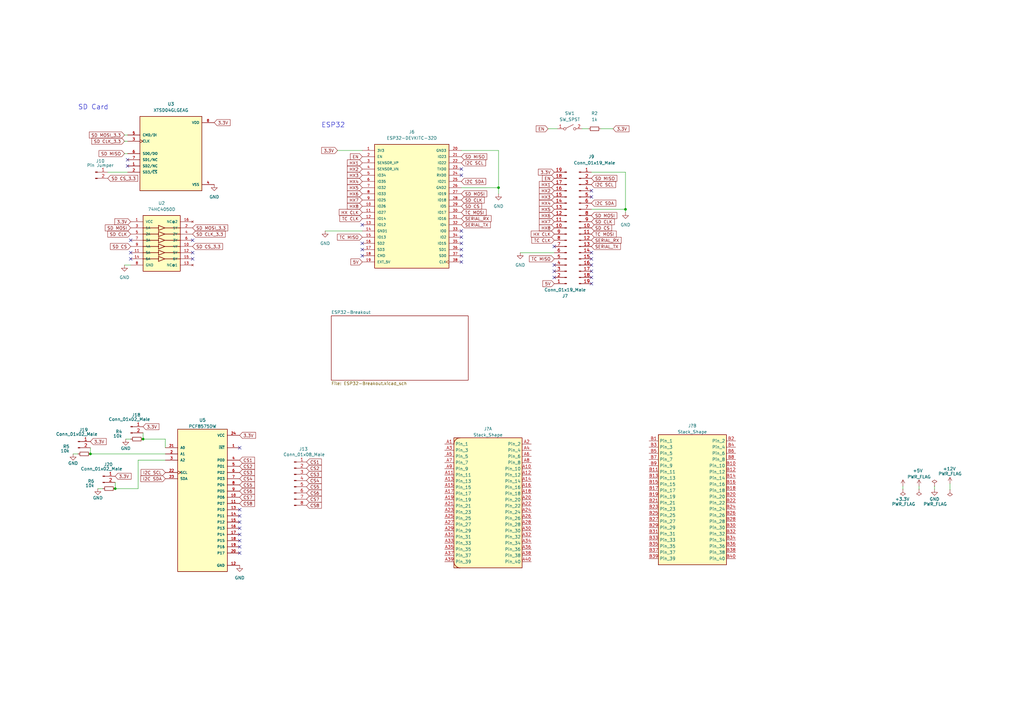
<source format=kicad_sch>
(kicad_sch (version 20230121) (generator eeschema)
  (paper "A3")
  (lib_symbols
    (symbol "Buf_74HC4050D:74HC4050D" (pin_names (offset 1.016))
      (property "Reference" "U" (at -7.38 11.9607 0))
      (property "Value" "74HC4050D" (at -7.6329 -13.7392 0))
      (symbol "74HC4050D_0_0"
        (pin power_in line (at -12.7 8.89 0) (length 5.08) (name "VCC") (number "1"))
        (pin output line (at 12.7 -1.27 180) (length 5.08) (name "4Y") (number "10"))
        (pin input line (at -12.7 -3.81 0) (length 5.08) (name "5A") (number "11"))
        (pin output line (at 12.7 -3.81 180) (length 5.08) (name "5Y") (number "12"))
        (pin no_connect line (at 12.7 -8.89 180) (length 5.08) (name "NC@1") (number "13"))
        (pin input line (at -12.7 -6.35 0) (length 5.08) (name "6A") (number "14"))
        (pin output line (at 12.7 -6.35 180) (length 5.08) (name "6Y") (number "15"))
        (pin no_connect line (at 12.7 8.89 180) (length 5.08) (name "NC@2") (number "16"))
        (pin output line (at 12.7 6.35 180) (length 5.08) (name "1Y") (number "2"))
        (pin input line (at -12.7 6.35 0) (length 5.08) (name "1A") (number "3"))
        (pin output line (at 12.7 3.81 180) (length 5.08) (name "2Y") (number "4"))
        (pin input line (at -12.7 3.81 0) (length 5.08) (name "2A") (number "5"))
        (pin output line (at 12.7 1.27 180) (length 5.08) (name "3Y") (number "6"))
        (pin input line (at -12.7 1.27 0) (length 5.08) (name "3A") (number "7"))
        (pin power_in line (at -12.7 -8.89 0) (length 5.08) (name "GND") (number "8"))
        (pin input line (at -12.7 -1.27 0) (length 5.08) (name "4A") (number "9"))
      )
    )
    (symbol "Connector:Conn_01x02_Male" (pin_names (offset 1.016) hide)
      (property "Reference" "J" (at 0 2.54 0))
      (property "Value" "Conn_01x02_Male" (at 0 -5.08 0))
      (symbol "Conn_01x02_Male_1_1"
        (pin passive line (at 5.08 0 180) (length 3.81) (name "Pin_1") (number "1"))
        (pin passive line (at 5.08 -2.54 180) (length 3.81) (name "Pin_2") (number "2"))
      )
    )
    (symbol "Connector:Conn_01x08_Male" (pin_names (offset 1.016) hide)
      (property "Reference" "J" (at 0 10.16 0))
      (property "Value" "Conn_01x08_Male" (at 0 -12.7 0))
      (symbol "Conn_01x08_Male_1_1"
        (pin passive line (at 5.08 7.62 180) (length 3.81) (name "Pin_1") (number "1"))
        (pin passive line (at 5.08 5.08 180) (length 3.81) (name "Pin_2") (number "2"))
        (pin passive line (at 5.08 2.54 180) (length 3.81) (name "Pin_3") (number "3"))
        (pin passive line (at 5.08 0 180) (length 3.81) (name "Pin_4") (number "4"))
        (pin passive line (at 5.08 -2.54 180) (length 3.81) (name "Pin_5") (number "5"))
        (pin passive line (at 5.08 -5.08 180) (length 3.81) (name "Pin_6") (number "6"))
        (pin passive line (at 5.08 -7.62 180) (length 3.81) (name "Pin_7") (number "7"))
        (pin passive line (at 5.08 -10.16 180) (length 3.81) (name "Pin_8") (number "8"))
      )
    )
    (symbol "Connector:Conn_01x19_Male" (pin_names (offset 1.016) hide)
      (property "Reference" "J" (at 0 25.4 0))
      (property "Value" "Conn_01x19_Male" (at 0 -25.4 0))
      (symbol "Conn_01x19_Male_1_1"
        (pin passive line (at 5.08 22.86 180) (length 3.81) (name "Pin_1") (number "1"))
        (pin passive line (at 5.08 0 180) (length 3.81) (name "Pin_10") (number "10"))
        (pin passive line (at 5.08 -2.54 180) (length 3.81) (name "Pin_11") (number "11"))
        (pin passive line (at 5.08 -5.08 180) (length 3.81) (name "Pin_12") (number "12"))
        (pin passive line (at 5.08 -7.62 180) (length 3.81) (name "Pin_13") (number "13"))
        (pin passive line (at 5.08 -10.16 180) (length 3.81) (name "Pin_14") (number "14"))
        (pin passive line (at 5.08 -12.7 180) (length 3.81) (name "Pin_15") (number "15"))
        (pin passive line (at 5.08 -15.24 180) (length 3.81) (name "Pin_16") (number "16"))
        (pin passive line (at 5.08 -17.78 180) (length 3.81) (name "Pin_17") (number "17"))
        (pin passive line (at 5.08 -20.32 180) (length 3.81) (name "Pin_18") (number "18"))
        (pin passive line (at 5.08 -22.86 180) (length 3.81) (name "Pin_19") (number "19"))
        (pin passive line (at 5.08 20.32 180) (length 3.81) (name "Pin_2") (number "2"))
        (pin passive line (at 5.08 17.78 180) (length 3.81) (name "Pin_3") (number "3"))
        (pin passive line (at 5.08 15.24 180) (length 3.81) (name "Pin_4") (number "4"))
        (pin passive line (at 5.08 12.7 180) (length 3.81) (name "Pin_5") (number "5"))
        (pin passive line (at 5.08 10.16 180) (length 3.81) (name "Pin_6") (number "6"))
        (pin passive line (at 5.08 7.62 180) (length 3.81) (name "Pin_7") (number "7"))
        (pin passive line (at 5.08 5.08 180) (length 3.81) (name "Pin_8") (number "8"))
        (pin passive line (at 5.08 2.54 180) (length 3.81) (name "Pin_9") (number "9"))
      )
    )
    (symbol "Device:R_Small" (pin_numbers hide) (pin_names (offset 0.254) hide)
      (property "Reference" "R" (at 0.762 0.508 0))
      (property "Value" "R_Small" (at 0.762 -1.016 0))
      (symbol "R_Small_1_1"
        (pin passive line (at 0 2.54 270) (length 0.762) (name "~") (number "1"))
        (pin passive line (at 0 -2.54 90) (length 0.762) (name "~") (number "2"))
      )
    )
    (symbol "ESP32:ESP32-DEVKITC-32D" (pin_names (offset 1.016))
      (property "Reference" "U" (at -15.2654 26.0604 0))
      (property "Value" "ESP32-DEVKITC-32D" (at -15.2654 -27.9654 0))
      (symbol "ESP32-DEVKITC-32D_0_0"
        (pin power_in line (at -20.32 22.86 0) (length 5.08) (name "3V3") (number "1"))
        (pin bidirectional line (at -20.32 0 0) (length 5.08) (name "IO26") (number "10"))
        (pin bidirectional line (at -20.32 -2.54 0) (length 5.08) (name "IO27") (number "11"))
        (pin bidirectional line (at -20.32 -5.08 0) (length 5.08) (name "IO14") (number "12"))
        (pin bidirectional line (at -20.32 -7.62 0) (length 5.08) (name "IO12") (number "13"))
        (pin power_in line (at -20.32 -10.16 0) (length 5.08) (name "GND1") (number "14"))
        (pin bidirectional line (at -20.32 -12.7 0) (length 5.08) (name "IO13") (number "15"))
        (pin bidirectional line (at -20.32 -15.24 0) (length 5.08) (name "SD2") (number "16"))
        (pin bidirectional line (at -20.32 -17.78 0) (length 5.08) (name "SD3") (number "17"))
        (pin bidirectional line (at -20.32 -20.32 0) (length 5.08) (name "CMD") (number "18"))
        (pin power_in line (at -20.32 -22.86 0) (length 5.08) (name "EXT_5V") (number "19"))
        (pin input line (at -20.32 20.32 0) (length 5.08) (name "EN") (number "2"))
        (pin power_in line (at 20.32 22.86 180) (length 5.08) (name "GND3") (number "20"))
        (pin bidirectional line (at 20.32 20.32 180) (length 5.08) (name "IO23") (number "21"))
        (pin bidirectional line (at 20.32 17.78 180) (length 5.08) (name "IO22") (number "22"))
        (pin output line (at 20.32 15.24 180) (length 5.08) (name "TXD0") (number "23"))
        (pin input line (at 20.32 12.7 180) (length 5.08) (name "RXD0") (number "24"))
        (pin bidirectional line (at 20.32 10.16 180) (length 5.08) (name "IO21") (number "25"))
        (pin power_in line (at 20.32 7.62 180) (length 5.08) (name "GND2") (number "26"))
        (pin bidirectional line (at 20.32 5.08 180) (length 5.08) (name "IO19") (number "27"))
        (pin bidirectional line (at 20.32 2.54 180) (length 5.08) (name "IO18") (number "28"))
        (pin bidirectional line (at 20.32 0 180) (length 5.08) (name "IO5") (number "29"))
        (pin input line (at -20.32 17.78 0) (length 5.08) (name "SENSOR_VP") (number "3"))
        (pin bidirectional line (at 20.32 -2.54 180) (length 5.08) (name "IO17") (number "30"))
        (pin bidirectional line (at 20.32 -5.08 180) (length 5.08) (name "IO16") (number "31"))
        (pin bidirectional line (at 20.32 -7.62 180) (length 5.08) (name "IO4") (number "32"))
        (pin bidirectional line (at 20.32 -10.16 180) (length 5.08) (name "IO0") (number "33"))
        (pin bidirectional line (at 20.32 -12.7 180) (length 5.08) (name "IO2") (number "34"))
        (pin bidirectional line (at 20.32 -15.24 180) (length 5.08) (name "IO15") (number "35"))
        (pin bidirectional line (at 20.32 -17.78 180) (length 5.08) (name "SD1") (number "36"))
        (pin bidirectional line (at 20.32 -20.32 180) (length 5.08) (name "SD0") (number "37"))
        (pin input clock (at 20.32 -22.86 180) (length 5.08) (name "CLK") (number "38"))
        (pin input line (at -20.32 15.24 0) (length 5.08) (name "SENSOR_VN") (number "4"))
        (pin bidirectional line (at -20.32 12.7 0) (length 5.08) (name "IO34") (number "5"))
        (pin bidirectional line (at -20.32 10.16 0) (length 5.08) (name "IO35") (number "6"))
        (pin bidirectional line (at -20.32 7.62 0) (length 5.08) (name "IO32") (number "7"))
        (pin bidirectional line (at -20.32 5.08 0) (length 5.08) (name "IO33") (number "8"))
        (pin bidirectional line (at -20.32 2.54 0) (length 5.08) (name "IO25") (number "9"))
      )
    )
    (symbol "PCF8575DW:PCF8575DW" (pin_names (offset 1.016))
      (property "Reference" "U" (at -10.16 28.702 0))
      (property "Value" "PCF8575DW" (at -10.16 -33.02 0))
      (symbol "PCF8575DW_0_0"
        (pin output line (at 15.24 20.32 180) (length 5.08) (name "~{INT}") (number "1"))
        (pin bidirectional line (at 15.24 0 180) (length 5.08) (name "P06") (number "10"))
        (pin bidirectional line (at 15.24 -2.54 180) (length 5.08) (name "P07") (number "11"))
        (pin power_in line (at 15.24 -27.94 180) (length 5.08) (name "GND") (number "12"))
        (pin bidirectional line (at 15.24 -5.08 180) (length 5.08) (name "P10") (number "13"))
        (pin bidirectional line (at 15.24 -7.62 180) (length 5.08) (name "P11") (number "14"))
        (pin bidirectional line (at 15.24 -10.16 180) (length 5.08) (name "P12") (number "15"))
        (pin bidirectional line (at 15.24 -12.7 180) (length 5.08) (name "P13") (number "16"))
        (pin bidirectional line (at 15.24 -15.24 180) (length 5.08) (name "P14") (number "17"))
        (pin bidirectional line (at 15.24 -17.78 180) (length 5.08) (name "P15") (number "18"))
        (pin bidirectional line (at 15.24 -20.32 180) (length 5.08) (name "P16") (number "19"))
        (pin input line (at -15.24 17.78 0) (length 5.08) (name "A1") (number "2"))
        (pin bidirectional line (at 15.24 -22.86 180) (length 5.08) (name "P17") (number "20"))
        (pin input line (at -15.24 20.32 0) (length 5.08) (name "A0") (number "21"))
        (pin input clock (at -15.24 10.16 0) (length 5.08) (name "SCL") (number "22"))
        (pin bidirectional line (at -15.24 7.62 0) (length 5.08) (name "SDA") (number "23"))
        (pin power_in line (at 15.24 25.4 180) (length 5.08) (name "VCC") (number "24"))
        (pin input line (at -15.24 15.24 0) (length 5.08) (name "A2") (number "3"))
        (pin bidirectional line (at 15.24 15.24 180) (length 5.08) (name "P00") (number "4"))
        (pin bidirectional line (at 15.24 12.7 180) (length 5.08) (name "P01") (number "5"))
        (pin bidirectional line (at 15.24 10.16 180) (length 5.08) (name "P02") (number "6"))
        (pin bidirectional line (at 15.24 7.62 180) (length 5.08) (name "P03") (number "7"))
        (pin bidirectional line (at 15.24 5.08 180) (length 5.08) (name "P04") (number "8"))
        (pin bidirectional line (at 15.24 2.54 180) (length 5.08) (name "P05") (number "9"))
      )
    )
    (symbol "Stack_Shape:Stack_Shape"
      (property "Reference" "J" (at 0 0 0))
      (property "Value" "Stack_Shape" (at 0 0 0))
      (symbol "Stack_Shape_1_1"
        (pin passive line (at -19.05 26.67 0) (length 3.81) (name "Pin_1") (number "A1"))
        (pin passive line (at 16.51 16.51 180) (length 3.81) (name "Pin_10") (number "A10"))
        (pin passive line (at -19.05 13.97 0) (length 3.81) (name "Pin_11") (number "A11"))
        (pin passive line (at 16.51 13.97 180) (length 3.81) (name "Pin_12") (number "A12"))
        (pin passive line (at -19.05 11.43 0) (length 3.81) (name "Pin_13") (number "A13"))
        (pin passive line (at 16.51 11.43 180) (length 3.81) (name "Pin_14") (number "A14"))
        (pin passive line (at -19.05 8.89 0) (length 3.81) (name "Pin_15") (number "A15"))
        (pin passive line (at 16.51 8.89 180) (length 3.81) (name "Pin_16") (number "A16"))
        (pin passive line (at -19.05 6.35 0) (length 3.81) (name "Pin_17") (number "A17"))
        (pin passive line (at 16.51 6.35 180) (length 3.81) (name "Pin_18") (number "A18"))
        (pin passive line (at -19.05 3.81 0) (length 3.81) (name "Pin_19") (number "A19"))
        (pin passive line (at 16.51 26.67 180) (length 3.81) (name "Pin_2") (number "A2"))
        (pin passive line (at 16.51 3.81 180) (length 3.81) (name "Pin_20") (number "A20"))
        (pin passive line (at -19.05 1.27 0) (length 3.81) (name "Pin_21") (number "A21"))
        (pin passive line (at 16.51 1.27 180) (length 3.81) (name "Pin_22") (number "A22"))
        (pin passive line (at -19.05 -1.27 0) (length 3.81) (name "Pin_23") (number "A23"))
        (pin passive line (at 16.51 -1.27 180) (length 3.81) (name "Pin_24") (number "A24"))
        (pin passive line (at -19.05 -3.81 0) (length 3.81) (name "Pin_25") (number "A25"))
        (pin passive line (at 16.51 -3.81 180) (length 3.81) (name "Pin_26") (number "A26"))
        (pin passive line (at -19.05 -6.35 0) (length 3.81) (name "Pin_27") (number "A27"))
        (pin passive line (at 16.51 -6.35 180) (length 3.81) (name "Pin_28") (number "A28"))
        (pin passive line (at -19.05 -8.89 0) (length 3.81) (name "Pin_29") (number "A29"))
        (pin passive line (at -19.05 24.13 0) (length 3.81) (name "Pin_3") (number "A3"))
        (pin passive line (at 16.51 -8.89 180) (length 3.81) (name "Pin_30") (number "A30"))
        (pin passive line (at -19.05 -11.43 0) (length 3.81) (name "Pin_31") (number "A31"))
        (pin passive line (at 16.51 -11.43 180) (length 3.81) (name "Pin_32") (number "A32"))
        (pin passive line (at -19.05 -13.97 0) (length 3.81) (name "Pin_33") (number "A33"))
        (pin passive line (at 16.51 -13.97 180) (length 3.81) (name "Pin_34") (number "A34"))
        (pin passive line (at -19.05 -16.51 0) (length 3.81) (name "Pin_35") (number "A35"))
        (pin passive line (at 16.51 -16.51 180) (length 3.81) (name "Pin_36") (number "A36"))
        (pin passive line (at -19.05 -19.05 0) (length 3.81) (name "Pin_37") (number "A37"))
        (pin passive line (at 16.51 -19.05 180) (length 3.81) (name "Pin_38") (number "A38"))
        (pin passive line (at -19.05 -21.59 0) (length 3.81) (name "Pin_39") (number "A39"))
        (pin passive line (at 16.51 24.13 180) (length 3.81) (name "Pin_4") (number "A4"))
        (pin passive line (at 16.51 -21.59 180) (length 3.81) (name "Pin_40") (number "A40"))
        (pin passive line (at -19.05 21.59 0) (length 3.81) (name "Pin_5") (number "A5"))
        (pin passive line (at 16.51 21.59 180) (length 3.81) (name "Pin_6") (number "A6"))
        (pin passive line (at -19.05 19.05 0) (length 3.81) (name "Pin_7") (number "A7"))
        (pin passive line (at 16.51 19.05 180) (length 3.81) (name "Pin_8") (number "A8"))
        (pin passive line (at -19.05 16.51 0) (length 3.81) (name "Pin_9") (number "A9"))
      )
      (symbol "Stack_Shape_2_1"
        (pin passive line (at -19.05 26.67 0) (length 3.81) (name "Pin_1") (number "B1"))
        (pin passive line (at 16.51 16.51 180) (length 3.81) (name "Pin_10") (number "B10"))
        (pin passive line (at -19.05 13.97 0) (length 3.81) (name "Pin_11") (number "B11"))
        (pin passive line (at 16.51 13.97 180) (length 3.81) (name "Pin_12") (number "B12"))
        (pin passive line (at -19.05 11.43 0) (length 3.81) (name "Pin_13") (number "B13"))
        (pin passive line (at 16.51 11.43 180) (length 3.81) (name "Pin_14") (number "B14"))
        (pin passive line (at -19.05 8.89 0) (length 3.81) (name "Pin_15") (number "B15"))
        (pin passive line (at 16.51 8.89 180) (length 3.81) (name "Pin_16") (number "B16"))
        (pin passive line (at -19.05 6.35 0) (length 3.81) (name "Pin_17") (number "B17"))
        (pin passive line (at 16.51 6.35 180) (length 3.81) (name "Pin_18") (number "B18"))
        (pin passive line (at -19.05 3.81 0) (length 3.81) (name "Pin_19") (number "B19"))
        (pin passive line (at 16.51 26.67 180) (length 3.81) (name "Pin_2") (number "B2"))
        (pin passive line (at 16.51 3.81 180) (length 3.81) (name "Pin_20") (number "B20"))
        (pin passive line (at -19.05 1.27 0) (length 3.81) (name "Pin_21") (number "B21"))
        (pin passive line (at 16.51 1.27 180) (length 3.81) (name "Pin_22") (number "B22"))
        (pin passive line (at -19.05 -1.27 0) (length 3.81) (name "Pin_23") (number "B23"))
        (pin passive line (at 16.51 -1.27 180) (length 3.81) (name "Pin_24") (number "B24"))
        (pin passive line (at -19.05 -3.81 0) (length 3.81) (name "Pin_25") (number "B25"))
        (pin passive line (at 16.51 -3.81 180) (length 3.81) (name "Pin_26") (number "B26"))
        (pin passive line (at -19.05 -6.35 0) (length 3.81) (name "Pin_27") (number "B27"))
        (pin passive line (at 16.51 -6.35 180) (length 3.81) (name "Pin_28") (number "B28"))
        (pin passive line (at -19.05 -8.89 0) (length 3.81) (name "Pin_29") (number "B29"))
        (pin passive line (at -19.05 24.13 0) (length 3.81) (name "Pin_3") (number "B3"))
        (pin passive line (at 16.51 -8.89 180) (length 3.81) (name "Pin_30") (number "B30"))
        (pin passive line (at -19.05 -11.43 0) (length 3.81) (name "Pin_31") (number "B31"))
        (pin passive line (at 16.51 -11.43 180) (length 3.81) (name "Pin_32") (number "B32"))
        (pin passive line (at -19.05 -13.97 0) (length 3.81) (name "Pin_33") (number "B33"))
        (pin passive line (at 16.51 -13.97 180) (length 3.81) (name "Pin_34") (number "B34"))
        (pin passive line (at -19.05 -16.51 0) (length 3.81) (name "Pin_35") (number "B35"))
        (pin passive line (at 16.51 -16.51 180) (length 3.81) (name "Pin_36") (number "B36"))
        (pin passive line (at -19.05 -19.05 0) (length 3.81) (name "Pin_37") (number "B37"))
        (pin passive line (at 16.51 -19.05 180) (length 3.81) (name "Pin_38") (number "B38"))
        (pin passive line (at -19.05 -21.59 0) (length 3.81) (name "Pin_39") (number "B39"))
        (pin passive line (at 16.51 24.13 180) (length 3.81) (name "Pin_4") (number "B4"))
        (pin passive line (at 16.51 -21.59 180) (length 3.81) (name "Pin_40") (number "B40"))
        (pin passive line (at -19.05 21.59 0) (length 3.81) (name "Pin_5") (number "B5"))
        (pin passive line (at 16.51 21.59 180) (length 3.81) (name "Pin_6") (number "B6"))
        (pin passive line (at -19.05 19.05 0) (length 3.81) (name "Pin_7") (number "B7"))
        (pin passive line (at 16.51 19.05 180) (length 3.81) (name "Pin_8") (number "B8"))
        (pin passive line (at -19.05 16.51 0) (length 3.81) (name "Pin_9") (number "B9"))
      )
    )
    (symbol "Switch:SW_SPST" (pin_names (offset 0) hide)
      (property "Reference" "SW" (at 0 3.175 0))
      (property "Value" "SW_SPST" (at 0 -2.54 0))
      (symbol "SW_SPST_1_1"
        (pin passive line (at -5.08 0 0) (length 2.54) (name "A") (number "1"))
        (pin passive line (at 5.08 0 180) (length 2.54) (name "B") (number "2"))
      )
    )
    (symbol "XTSD_NAND:XTSD04GLGEAG" (pin_names (offset 1.016))
      (property "Reference" "U" (at -12.7 16.002 0))
      (property "Value" "XTSD04GLGEAG" (at -12.7 -17.78 0))
      (symbol "XTSD04GLGEAG_0_0"
        (pin bidirectional line (at -17.78 -5.08 0) (length 5.08) (name "SD2/NC") (number "1"))
        (pin bidirectional line (at -17.78 -7.62 0) (length 5.08) (name "SD3/~{CS}") (number "2"))
        (pin input clock (at -17.78 5.08 0) (length 5.08) (name "CLK") (number "3"))
        (pin power_in line (at 17.78 -12.7 180) (length 5.08) (name "VSS") (number "4"))
        (pin input line (at -17.78 7.62 0) (length 5.08) (name "CMD/DI") (number "5"))
        (pin bidirectional line (at -17.78 0 0) (length 5.08) (name "SD0/DO") (number "6"))
        (pin bidirectional line (at -17.78 -2.54 0) (length 5.08) (name "SD1/NC") (number "7"))
        (pin power_in line (at 17.78 12.7 180) (length 5.08) (name "VDD") (number "8"))
      )
    )
    (symbol "power:+12V" (power) (pin_names (offset 0))
      (property "Value" "+12V" (at 0 3.556 0))
      (symbol "+12V_1_1"
        (pin power_in line (at 0 0 90) (length 0) hide (name "+12V") (number "1"))
      )
    )
    (symbol "power:+3.3V" (power) (pin_names (offset 0))
      (property "Value" "+3.3V" (at 0 3.556 0))
      (symbol "+3.3V_1_1"
        (pin power_in line (at 0 0 90) (length 0) hide (name "+3.3V") (number "1"))
      )
    )
    (symbol "power:+5V" (power) (pin_names (offset 0))
      (property "Value" "+5V" (at 0 3.556 0))
      (symbol "+5V_1_1"
        (pin power_in line (at 0 0 90) (length 0) hide (name "+5V") (number "1"))
      )
    )
    (symbol "power:GND" (power) (pin_names (offset 0))
      (property "Value" "GND" (at 0 -3.81 0))
      (symbol "GND_1_1"
        (pin power_in line (at 0 0 270) (length 0) hide (name "GND") (number "1"))
      )
    )
    (symbol "power:PWR_FLAG" (power) (pin_numbers hide) (pin_names (offset 0) hide)
      (property "Value" "PWR_FLAG" (at 0 3.81 0))
      (symbol "PWR_FLAG_0_0"
        (pin power_out line (at 0 0 90) (length 0) (name "pwr") (number "1"))
      )
    )
  )
  (junction (at 490.22 136.906))
  (junction (at 489.966 55.88))
  (junction (at 549.148 104.902))
  (junction (at 493.014 55.88))
  (junction (at 552.196 97.79))
  (junction (at 549.148 62.738))
  (junction (at 549.148 97.79))
  (junction (at 490.22 144.018))
  (junction (at 551.18 136.144))
  (junction (at 493.268 136.906))
  (junction (at 554.228 136.144))
  (junction (at 489.966 62.992))
  (junction (at 490.982 102.362))
  (junction (at 551.18 143.256))
  (junction (at 47.244 200.406))
  (junction (at 58.674 180.086))
  (junction (at 37.084 186.182))
  (junction (at 256.54 85.852))
  (junction (at 204.47 76.962))
  (junction (at 494.03 95.25))
  (junction (at 549.148 55.626))
  (junction (at 490.982 95.25))
  (junction (at 552.196 55.626))
  (no_connect (at 242.57 78.232))
  (no_connect (at 227.33 113.792))
  (no_connect (at 98.298 183.642))
  (no_connect (at 78.994 98.552))
  (no_connect (at 98.298 211.582))
  (no_connect (at 227.33 111.252))
  (no_connect (at 242.57 108.712))
  (no_connect (at 242.57 80.772))
  (no_connect (at 148.59 104.902))
  (no_connect (at 98.298 221.742))
  (no_connect (at 227.33 101.092))
  (no_connect (at 189.23 107.442))
  (no_connect (at 189.23 69.342))
  (no_connect (at 98.298 209.042))
  (no_connect (at 189.23 71.882))
  (no_connect (at 98.298 226.822))
  (no_connect (at 78.994 103.632))
  (no_connect (at 242.57 113.792))
  (no_connect (at 189.23 104.902))
  (no_connect (at 148.59 102.362))
  (no_connect (at 53.594 103.632))
  (no_connect (at 242.57 106.172))
  (no_connect (at 148.59 92.202))
  (no_connect (at 53.594 106.172))
  (no_connect (at 242.57 103.632))
  (no_connect (at 189.23 99.822))
  (no_connect (at 242.57 111.252))
  (no_connect (at 98.298 219.202))
  (no_connect (at 98.298 214.122))
  (no_connect (at 189.23 102.362))
  (no_connect (at 189.23 97.282))
  (no_connect (at 52.324 65.532))
  (no_connect (at 148.59 99.822))
  (no_connect (at 98.298 216.662))
  (no_connect (at 189.23 94.742))
  (no_connect (at 53.594 98.552))
  (no_connect (at 52.324 68.072))
  (no_connect (at 98.298 224.282))
  (no_connect (at 78.994 106.172))
  (no_connect (at 242.57 116.332))
  (no_connect (at 227.33 108.712))
  (wire (pts (xy 490.982 95.25) (xy 494.03 95.25)))
  (wire (pts (xy 549.148 104.902) (xy 556.006 104.902)))
  (wire (pts (xy 541.274 104.902) (xy 542.798 104.902)))
  (wire (pts (xy 494.03 95.25) (xy 494.03 98.806)))
  (wire (pts (xy 44.196 70.612) (xy 52.324 70.612)))
  (wire (pts (xy 51.054 55.372) (xy 52.324 55.372)))
  (wire (pts (xy 517.906 55.88) (xy 521.208 55.88)))
  (wire (pts (xy 242.57 70.612) (xy 256.54 70.612)))
  (wire (pts (xy 490.22 136.906) (xy 493.268 136.906)))
  (wire (pts (xy 493.268 133.096) (xy 497.078 133.096)))
  (wire (pts (xy 204.47 79.502) (xy 204.47 76.962)))
  (wire (pts (xy 51.054 62.992) (xy 52.324 62.992)))
  (wire (pts (xy 490.982 100.838) (xy 490.982 102.362)))
  (wire (pts (xy 482.346 136.906) (xy 490.22 136.906)))
  (wire (pts (xy 489.966 61.468) (xy 489.966 62.992)))
  (wire (pts (xy 224.79 52.832) (xy 228.6 52.832)))
  (wire (pts (xy 541.274 97.79) (xy 549.148 97.79)))
  (wire (pts (xy 549.148 62.738) (xy 556.006 62.738)))
  (wire (pts (xy 493.268 140.462) (xy 497.078 140.462)))
  (wire (pts (xy 56.642 188.722) (xy 67.818 188.722)))
  (wire (pts (xy 549.148 61.214) (xy 549.148 62.738)))
  (wire (pts (xy 246.38 52.832) (xy 251.46 52.832)))
  (wire (pts (xy 543.306 143.256) (xy 544.83 143.256)))
  (wire (pts (xy 370.332 200.66) (xy 370.332 199.39)))
  (wire (pts (xy 489.966 62.992) (xy 496.824 62.992)))
  (wire (pts (xy 383.286 199.39) (xy 383.286 200.66)))
  (wire (pts (xy 376.936 200.66) (xy 376.936 199.39)))
  (wire (pts (xy 482.346 144.018) (xy 483.87 144.018)))
  (wire (pts (xy 238.76 52.832) (xy 241.3 52.832)))
  (wire (pts (xy 493.014 55.88) (xy 493.014 59.436)))
  (wire (pts (xy 551.18 136.144) (xy 551.18 136.652)))
  (wire (pts (xy 51.054 108.712) (xy 53.594 108.712)))
  (wire (pts (xy 493.268 136.906) (xy 497.078 136.906)))
  (wire (pts (xy 490.22 136.906) (xy 490.22 137.414)))
  (wire (pts (xy 547.878 104.902) (xy 549.148 104.902)))
  (wire (pts (xy 58.674 180.086) (xy 67.818 180.086)))
  (wire (pts (xy 494.03 95.25) (xy 497.84 95.25)))
  (wire (pts (xy 579.12 139.7) (xy 582.422 139.7)))
  (wire (pts (xy 554.228 136.144) (xy 554.228 139.7)))
  (wire (pts (xy 488.696 62.992) (xy 489.966 62.992)))
  (wire (pts (xy 51.562 180.086) (xy 53.594 180.086)))
  (wire (pts (xy 29.972 186.182) (xy 32.004 186.182)))
  (wire (pts (xy 547.878 62.738) (xy 549.148 62.738)))
  (wire (pts (xy 493.268 136.906) (xy 493.268 140.462)))
  (wire (pts (xy 552.196 59.182) (xy 556.006 59.182)))
  (wire (pts (xy 549.148 55.626) (xy 552.196 55.626)))
  (wire (pts (xy 577.088 59.182) (xy 580.39 59.182)))
  (wire (pts (xy 549.148 103.378) (xy 549.148 104.902)))
  (wire (pts (xy 189.23 61.722) (xy 204.47 61.722)))
  (wire (pts (xy 494.03 91.44) (xy 497.84 91.44)))
  (wire (pts (xy 493.014 59.436) (xy 496.824 59.436)))
  (wire (pts (xy 213.36 103.632) (xy 227.33 103.632)))
  (wire (pts (xy 488.95 144.018) (xy 490.22 144.018)))
  (wire (pts (xy 490.22 144.018) (xy 497.078 144.018)))
  (wire (pts (xy 549.91 143.256) (xy 551.18 143.256)))
  (wire (pts (xy 47.244 200.406) (xy 56.642 200.406)))
  (wire (pts (xy 483.108 102.362) (xy 484.632 102.362)))
  (wire (pts (xy 494.03 98.806) (xy 497.84 98.806)))
  (wire (pts (xy 554.228 136.144) (xy 558.038 136.144)))
  (wire (pts (xy 67.818 180.086) (xy 67.818 183.642)))
  (wire (pts (xy 51.054 57.912) (xy 52.324 57.912)))
  (wire (pts (xy 58.674 177.546) (xy 58.674 180.086)))
  (wire (pts (xy 543.306 136.144) (xy 551.18 136.144)))
  (wire (pts (xy 541.274 55.626) (xy 549.148 55.626)))
  (wire (pts (xy 256.54 70.612) (xy 256.54 85.852)))
  (wire (pts (xy 482.092 62.992) (xy 483.616 62.992)))
  (wire (pts (xy 577.088 55.626) (xy 580.39 55.626)))
  (wire (pts (xy 37.084 186.182) (xy 67.818 186.182)))
  (wire (pts (xy 552.196 97.79) (xy 556.006 97.79)))
  (wire (pts (xy 489.966 55.88) (xy 493.014 55.88)))
  (wire (pts (xy 133.35 94.742) (xy 148.59 94.742)))
  (wire (pts (xy 518.16 140.462) (xy 521.462 140.462)))
  (wire (pts (xy 517.906 59.436) (xy 521.208 59.436)))
  (wire (pts (xy 552.196 55.626) (xy 552.196 59.182)))
  (wire (pts (xy 493.014 52.07) (xy 496.824 52.07)))
  (wire (pts (xy 552.196 97.79) (xy 552.196 101.346)))
  (wire (pts (xy 549.148 97.79) (xy 552.196 97.79)))
  (wire (pts (xy 552.196 55.626) (xy 556.006 55.626)))
  (wire (pts (xy 37.084 183.642) (xy 37.084 186.182)))
  (wire (pts (xy 256.54 87.122) (xy 256.54 85.852)))
  (wire (pts (xy 577.088 97.79) (xy 580.39 97.79)))
  (wire (pts (xy 56.642 200.406) (xy 56.642 188.722)))
  (wire (pts (xy 552.196 93.98) (xy 556.006 93.98)))
  (wire (pts (xy 518.922 98.806) (xy 522.224 98.806)))
  (wire (pts (xy 579.12 136.144) (xy 582.422 136.144)))
  (wire (pts (xy 490.22 142.494) (xy 490.22 144.018)))
  (wire (pts (xy 489.712 102.362) (xy 490.982 102.362)))
  (wire (pts (xy 242.57 85.852) (xy 256.54 85.852)))
  (wire (pts (xy 541.274 62.738) (xy 542.798 62.738)))
  (wire (pts (xy 47.244 197.866) (xy 47.244 200.406)))
  (wire (pts (xy 518.922 95.25) (xy 522.224 95.25)))
  (wire (pts (xy 490.982 95.25) (xy 490.982 95.758)))
  (wire (pts (xy 552.196 51.816) (xy 556.006 51.816)))
  (wire (pts (xy 138.43 61.722) (xy 148.59 61.722)))
  (wire (pts (xy 549.148 55.626) (xy 549.148 56.134)))
  (wire (pts (xy 551.18 136.144) (xy 554.228 136.144)))
  (wire (pts (xy 493.014 55.88) (xy 496.824 55.88)))
  (wire (pts (xy 482.092 55.88) (xy 489.966 55.88)))
  (wire (pts (xy 204.47 61.722) (xy 204.47 76.962)))
  (wire (pts (xy 489.966 55.88) (xy 489.966 56.388)))
  (wire (pts (xy 490.982 102.362) (xy 497.84 102.362)))
  (wire (pts (xy 552.196 101.346) (xy 556.006 101.346)))
  (wire (pts (xy 389.636 198.374) (xy 389.636 200.914)))
  (wire (pts (xy 518.16 136.906) (xy 521.462 136.906)))
  (wire (pts (xy 551.18 141.732) (xy 551.18 143.256)))
  (wire (pts (xy 40.132 200.406) (xy 42.164 200.406)))
  (wire (pts (xy 551.18 143.256) (xy 558.038 143.256)))
  (wire (pts (xy 577.088 101.346) (xy 580.39 101.346)))
  (wire (pts (xy 554.228 132.334) (xy 558.038 132.334)))
  (wire (pts (xy 189.23 76.962) (xy 204.47 76.962)))
  (wire (pts (xy 483.108 95.25) (xy 490.982 95.25)))
  (wire (pts (xy 554.228 139.7) (xy 558.038 139.7)))
  (wire (pts (xy 549.148 97.79) (xy 549.148 98.298)))
  (text "SD Card" (at 32.004 45.212 0) (effects (font (size 2 2)) (justify left bottom)))
  (text "ESP32" (at 131.826 52.578 0) (effects (font (size 2 2)) (justify left bottom)))
  (label "HX_CLK" (at 521.462 140.462 0))
  (label "HX2_E-" (at 541.274 55.626 180))
  (label "HX2_A+" (at 541.274 62.738 180))
  (label "HX4_A+" (at 541.274 104.902 180))
  (label "HX_CLK" (at 580.39 59.182 0))
  (label "HX1_E+" (at 493.014 52.07 180))
  (label "HX5_A+" (at 482.346 144.018 180))
  (label "HX2_E+" (at 552.196 51.816 180))
  (label "HX3_E-" (at 483.108 95.25 180))
  (label "HX_CLK" (at 522.224 98.806 0))
  (label "HX4_E+" (at 552.196 93.98 180))
  (label "HX5_DT" (at 521.462 136.906 0))
  (label "HX4_DT" (at 580.39 97.79 0))
  (label "HX2_DT" (at 580.39 55.626 0))
  (label "HX3_E+" (at 494.03 91.44 180))
  (label "HX_CLK" (at 582.422 139.7 0))
  (label "HX6_E+" (at 554.228 132.334 180))
  (label "HX3_DT" (at 522.224 95.25 0))
  (label "HX_CLK" (at 521.208 59.436 0))
  (label "HX6_E-" (at 543.306 136.144 180))
  (label "HX3_A+" (at 483.108 102.362 180))
  (label "HX_CLK" (at 580.39 101.346 0))
  (label "HX6_DT" (at 582.422 136.144 0))
  (label "HX1_DT" (at 521.208 55.88 0))
  (label "HX4_E-" (at 541.274 97.79 180))
  (label "HX6_A+" (at 543.306 143.256 180))
  (label "HX5_E+" (at 493.268 133.096 180))
  (label "HX5_E-" (at 482.346 136.906 180))
  (global_label "3.3V" (shape input) (at 138.43 61.722 180) (property "Intersheetrefs" "${INTERSHEET_REFS}" (effects hide)))
  (global_label "3.3V" (shape input) (at 37.084 181.102 0) (property "Intersheetrefs" "${INTERSHEET_REFS}" (effects hide)))
  (global_label "CS2" (shape input) (at 125.73 192.024 0) (property "Intersheetrefs" "${INTERSHEET_REFS}" (effects hide)))
  (global_label "I2C SCL" (shape input) (at 189.23 66.802 0) (property "Intersheetrefs" "${INTERSHEET_REFS}" (effects hide)))
  (global_label "HX1" (shape input) (at 148.59 66.802 180) (property "Intersheetrefs" "${INTERSHEET_REFS}" (effects hide)))
  (global_label "3.3V" (shape input) (at 87.884 50.292 0) (property "Intersheetrefs" "${INTERSHEET_REFS}" (effects hide)))
  (global_label "I2C SDA" (shape input) (at 189.23 74.422 0) (property "Intersheetrefs" "${INTERSHEET_REFS}" (effects hide)))
  (global_label "CS6" (shape input) (at 98.298 201.422 0) (property "Intersheetrefs" "${INTERSHEET_REFS}" (effects hide)))
  (global_label "SD CLK_3.3" (shape input) (at 51.054 57.912 180) (property "Intersheetrefs" "${INTERSHEET_REFS}" (effects hide)))
  (global_label "CS8" (shape input) (at 98.298 206.502 0) (property "Intersheetrefs" "${INTERSHEET_REFS}" (effects hide)))
  (global_label "5V" (shape input) (at 148.59 107.442 180) (property "Intersheetrefs" "${INTERSHEET_REFS}" (effects hide)))
  (global_label "HX4" (shape input) (at 227.33 83.312 180) (property "Intersheetrefs" "${INTERSHEET_REFS}" (effects hide)))
  (global_label "CS3" (shape input) (at 125.73 194.564 0) (property "Intersheetrefs" "${INTERSHEET_REFS}" (effects hide)))
  (global_label "HX7" (shape input) (at 227.33 90.932 180) (property "Intersheetrefs" "${INTERSHEET_REFS}" (effects hide)))
  (global_label "SD MOSI" (shape input) (at 53.594 93.472 180) (property "Intersheetrefs" "${INTERSHEET_REFS}" (effects hide)))
  (global_label "SD MOSI_3.3" (shape input) (at 51.054 55.372 180) (property "Intersheetrefs" "${INTERSHEET_REFS}" (effects hide)))
  (global_label "HX2" (shape input) (at 227.33 78.232 180) (property "Intersheetrefs" "${INTERSHEET_REFS}" (effects hide)))
  (global_label "SD MISO" (shape input) (at 242.57 73.152 0) (property "Intersheetrefs" "${INTERSHEET_REFS}" (effects hide)))
  (global_label "HX CLK" (shape input) (at 227.33 96.012 180) (property "Intersheetrefs" "${INTERSHEET_REFS}" (effects hide)))
  (global_label "CS2" (shape input) (at 98.298 191.262 0) (property "Intersheetrefs" "${INTERSHEET_REFS}" (effects hide)))
  (global_label "SD CS_3.3" (shape input) (at 78.994 101.092 0) (property "Intersheetrefs" "${INTERSHEET_REFS}" (effects hide)))
  (global_label "CS7" (shape input) (at 98.298 203.962 0) (property "Intersheetrefs" "${INTERSHEET_REFS}" (effects hide)))
  (global_label "EN" (shape input) (at 227.33 73.152 180) (property "Intersheetrefs" "${INTERSHEET_REFS}" (effects hide)))
  (global_label "SD CLK" (shape input) (at 242.57 90.932 0) (property "Intersheetrefs" "${INTERSHEET_REFS}" (effects hide)))
  (global_label "CS1" (shape input) (at 125.73 189.484 0) (property "Intersheetrefs" "${INTERSHEET_REFS}" (effects hide)))
  (global_label "HX4" (shape input) (at 148.59 74.422 180) (property "Intersheetrefs" "${INTERSHEET_REFS}" (effects hide)))
  (global_label "3.3V" (shape input) (at 251.46 52.832 0) (property "Intersheetrefs" "${INTERSHEET_REFS}" (effects hide)))
  (global_label "TC CLK" (shape input) (at 148.59 89.662 180) (property "Intersheetrefs" "${INTERSHEET_REFS}" (effects hide)))
  (global_label "TC MISO" (shape input) (at 148.59 97.282 180) (property "Intersheetrefs" "${INTERSHEET_REFS}" (effects hide)))
  (global_label "SERIAL_TX" (shape input) (at 242.57 101.092 0) (property "Intersheetrefs" "${INTERSHEET_REFS}" (effects hide)))
  (global_label "SD CS" (shape input) (at 242.57 93.472 0) (property "Intersheetrefs" "${INTERSHEET_REFS}" (effects hide)))
  (global_label "5V" (shape input) (at 227.33 116.332 180) (property "Intersheetrefs" "${INTERSHEET_REFS}" (effects hide)))
  (global_label "HX6" (shape input) (at 227.33 88.392 180) (property "Intersheetrefs" "${INTERSHEET_REFS}" (effects hide)))
  (global_label "SD MISO" (shape input) (at 189.23 64.262 0) (property "Intersheetrefs" "${INTERSHEET_REFS}" (effects hide)))
  (global_label "HX CLK" (shape input) (at 148.59 87.122 180) (property "Intersheetrefs" "${INTERSHEET_REFS}" (effects hide)))
  (global_label "3.3V" (shape input) (at 98.298 178.562 0) (property "Intersheetrefs" "${INTERSHEET_REFS}" (effects hide)))
  (global_label "HX8" (shape input) (at 148.59 84.582 180) (property "Intersheetrefs" "${INTERSHEET_REFS}" (effects hide)))
  (global_label "3.3V" (shape input) (at 47.244 195.326 0) (property "Intersheetrefs" "${INTERSHEET_REFS}" (effects hide)))
  (global_label "SERIAL_RX" (shape input) (at 242.57 98.552 0) (property "Intersheetrefs" "${INTERSHEET_REFS}" (effects hide)))
  (global_label "HX1" (shape input) (at 227.33 75.692 180) (property "Intersheetrefs" "${INTERSHEET_REFS}" (effects hide)))
  (global_label "CS5" (shape input) (at 125.73 199.644 0) (property "Intersheetrefs" "${INTERSHEET_REFS}" (effects hide)))
  (global_label "HX5" (shape input) (at 227.33 85.852 180) (property "Intersheetrefs" "${INTERSHEET_REFS}" (effects hide)))
  (global_label "SD CLK" (shape input) (at 189.23 82.042 0) (property "Intersheetrefs" "${INTERSHEET_REFS}" (effects hide)))
  (global_label "3.3V" (shape input) (at 227.33 70.612 180) (property "Intersheetrefs" "${INTERSHEET_REFS}" (effects hide)))
  (global_label "TC MOSI" (shape input) (at 189.23 87.122 0) (property "Intersheetrefs" "${INTERSHEET_REFS}" (effects hide)))
  (global_label "SD MISO" (shape input) (at 51.054 62.992 180) (property "Intersheetrefs" "${INTERSHEET_REFS}" (effects hide)))
  (global_label "I2C SDA" (shape input) (at 242.57 83.312 0) (property "Intersheetrefs" "${INTERSHEET_REFS}" (effects hide)))
  (global_label "HX3" (shape input) (at 148.59 71.882 180) (property "Intersheetrefs" "${INTERSHEET_REFS}" (effects hide)))
  (global_label "SD MOSI_3.3" (shape input) (at 78.994 93.472 0) (property "Intersheetrefs" "${INTERSHEET_REFS}" (effects hide)))
  (global_label "SERIAL_TX" (shape input) (at 189.23 92.202 0) (property "Intersheetrefs" "${INTERSHEET_REFS}" (effects hide)))
  (global_label "CS8" (shape input) (at 125.73 207.264 0) (property "Intersheetrefs" "${INTERSHEET_REFS}" (effects hide)))
  (global_label "HX8" (shape input) (at 227.33 93.472 180) (property "Intersheetrefs" "${INTERSHEET_REFS}" (effects hide)))
  (global_label "HX3" (shape input) (at 227.33 80.772 180) (property "Intersheetrefs" "${INTERSHEET_REFS}" (effects hide)))
  (global_label "TC MISO" (shape input) (at 227.33 106.172 180) (property "Intersheetrefs" "${INTERSHEET_REFS}" (effects hide)))
  (global_label "HX7" (shape input) (at 148.59 82.042 180) (property "Intersheetrefs" "${INTERSHEET_REFS}" (effects hide)))
  (global_label "CS4" (shape input) (at 125.73 197.104 0) (property "Intersheetrefs" "${INTERSHEET_REFS}" (effects hide)))
  (global_label "EN" (shape input) (at 224.79 52.832 180) (property "Intersheetrefs" "${INTERSHEET_REFS}" (effects hide)))
  (global_label "CS4" (shape input) (at 98.298 196.342 0) (property "Intersheetrefs" "${INTERSHEET_REFS}" (effects hide)))
  (global_label "I2C SCL" (shape input) (at 67.818 193.802 180) (property "Intersheetrefs" "${INTERSHEET_REFS}" (effects hide)))
  (global_label "CS7" (shape input) (at 125.73 204.724 0) (property "Intersheetrefs" "${INTERSHEET_REFS}" (effects hide)))
  (global_label "HX2" (shape input) (at 148.59 69.342 180) (property "Intersheetrefs" "${INTERSHEET_REFS}" (effects hide)))
  (global_label "SERIAL_RX" (shape input) (at 189.23 89.662 0) (property "Intersheetrefs" "${INTERSHEET_REFS}" (effects hide)))
  (global_label "CS1" (shape input) (at 98.298 188.722 0) (property "Intersheetrefs" "${INTERSHEET_REFS}" (effects hide)))
  (global_label "CS3" (shape input) (at 98.298 193.802 0) (property "Intersheetrefs" "${INTERSHEET_REFS}" (effects hide)))
  (global_label "SD CS" (shape input) (at 53.594 101.092 180) (property "Intersheetrefs" "${INTERSHEET_REFS}" (effects hide)))
  (global_label "I2C SCL" (shape input) (at 242.57 75.692 0) (property "Intersheetrefs" "${INTERSHEET_REFS}" (effects hide)))
  (global_label "TC CLK" (shape input) (at 227.33 98.552 180) (property "Intersheetrefs" "${INTERSHEET_REFS}" (effects hide)))
  (global_label "CS5" (shape input) (at 98.298 198.882 0) (property "Intersheetrefs" "${INTERSHEET_REFS}" (effects hide)))
  (global_label "SD CLK_3.3" (shape input) (at 78.994 96.012 0) (property "Intersheetrefs" "${INTERSHEET_REFS}" (effects hide)))
  (global_label "3.3V" (shape input) (at 53.594 90.932 180) (property "Intersheetrefs" "${INTERSHEET_REFS}" (effects hide)))
  (global_label "SD MOSI" (shape input) (at 189.23 79.502 0) (property "Intersheetrefs" "${INTERSHEET_REFS}" (effects hide)))
  (global_label "SD CS_3.3" (shape input) (at 44.196 73.152 0) (property "Intersheetrefs" "${INTERSHEET_REFS}" (effects hide)))
  (global_label "3.3V" (shape input) (at 58.674 175.006 0) (property "Intersheetrefs" "${INTERSHEET_REFS}" (effects hide)))
  (global_label "EN" (shape input) (at 148.59 64.262 180) (property "Intersheetrefs" "${INTERSHEET_REFS}" (effects hide)))
  (global_label "HX5" (shape input) (at 148.59 76.962 180) (property "Intersheetrefs" "${INTERSHEET_REFS}" (effects hide)))
  (global_label "SD MOSI" (shape input) (at 242.57 88.392 0) (property "Intersheetrefs" "${INTERSHEET_REFS}" (effects hide)))
  (global_label "SD CLK" (shape input) (at 53.594 96.012 180) (property "Intersheetrefs" "${INTERSHEET_REFS}" (effects hide)))
  (global_label "I2C SDA" (shape input) (at 67.818 196.342 180) (property "Intersheetrefs" "${INTERSHEET_REFS}" (effects hide)))
  (global_label "CS6" (shape input) (at 125.73 202.184 0) (property "Intersheetrefs" "${INTERSHEET_REFS}" (effects hide)))
  (global_label "SD CS" (shape input) (at 189.23 84.582 0) (property "Intersheetrefs" "${INTERSHEET_REFS}" (effects hide)))
  (global_label "HX6" (shape input) (at 148.59 79.502 180) (property "Intersheetrefs" "${INTERSHEET_REFS}" (effects hide)))
  (global_label "TC MOSI" (shape input) (at 242.57 96.012 0) (property "Intersheetrefs" "${INTERSHEET_REFS}" (effects hide)))
  (symbol (lib_id "Device:R_Small") (at 486.156 62.992 90) (unit 1)
    (property "Reference" "R14" (at 485.394 65.786 90))
    (property "Value" "100kΩ" (at 487.172 67.564 90))
    (property "Footprint" "Resistor_SMD:R_0603_1608Metric" (effects hide))
  )
  (symbol (lib_id "power:GND") (at 383.286 200.66 0) (unit 1)
    (property "Reference" "#PWR0101" (effects hide))
    (property "Value" "GND" (at 383.286 204.724 0))
  )
  (symbol (lib_id "Connector:Conn_01x19_Male") (at 237.49 93.472 0) (unit 1)
    (property "Reference" "J9" (at 242.57 64.262 0))
    (property "Value" "Conn_01x19_Male" (at 243.84 66.802 0))
    (property "Footprint" "Connector_PinHeader_2.54mm:PinHeader_1x19_P2.54mm_Vertical" (effects hide))
  )
  (symbol (lib_id "Connector:Conn_01x19_Male") (at 232.41 93.472 180) (unit 1)
    (property "Reference" "J7" (at 231.775 121.412 0))
    (property "Value" "Conn_01x19_Male" (at 231.775 118.872 0))
    (property "Footprint" "Connector_PinHeader_2.54mm:PinHeader_1x19_P2.54mm_Vertical" (effects hide))
  )
  (symbol (lib_id "Stack_Shape:Stack_Shape") (at 285.242 207.518 0) (unit 2)
    (property "Reference" "J?" (at 283.972 174.6082 0))
    (property "Value" "Stack_Shape" (at 283.972 177.1451 0))
  )
  (symbol (lib_id "Device:R_Small") (at 545.338 62.738 90) (unit 1)
    (property "Reference" "R20" (at 544.576 65.532 90))
    (property "Value" "100kΩ" (at 546.354 67.31 90))
    (property "Footprint" "Resistor_SMD:R_0603_1608Metric" (effects hide))
  )
  (symbol (lib_id "power:GND") (at 51.562 180.086 0) (unit 1)
    (property "Reference" "#PWR09" (effects hide))
    (property "Value" "GND" (at 51.562 183.896 0))
  )
  (symbol (lib_id "Device:R_Small") (at 490.22 139.954 0) (unit 1)
    (property "Reference" "R18" (at 484.378 138.684 0) (effects (justify left)))
    (property "Value" "2kΩ" (at 484.378 140.716 0) (effects (justify left)))
    (property "Footprint" "Resistor_SMD:R_0603_1608Metric" (effects hide))
  )
  (symbol (lib_id "power:PWR_FLAG") (at 389.636 200.914 180) (unit 1)
    (property "Reference" "#FLG02" (effects hide))
    (property "Value" "PWR_FLAG" (at 389.636 194.31 0))
  )
  (symbol (lib_id "Device:R_Small") (at 549.148 100.838 0) (unit 1)
    (property "Reference" "R24" (at 543.306 99.568 0) (effects (justify left)))
    (property "Value" "2kΩ" (at 543.306 101.6 0) (effects (justify left)))
    (property "Footprint" "Resistor_SMD:R_0603_1608Metric" (effects hide))
  )
  (symbol (lib_id "power:GND") (at 256.54 87.122 0) (unit 1)
    (property "Reference" "#PWR051" (effects hide))
    (property "Value" "GND" (at 256.54 92.202 0))
  )
  (symbol (lib_id "Stack_Shape:Stack_Shape") (at 201.422 208.788 0) (unit 1)
    (property "Reference" "J?" (at 200.1519 175.8781 0))
    (property "Value" "Stack_Shape" (at 200.1519 178.415 0))
  )
  (symbol (lib_id "power:GND") (at 87.884 75.692 0) (unit 1)
    (property "Reference" "#PWR028" (effects hide))
    (property "Value" "GND" (at 87.884 80.772 0))
  )
  (symbol (lib_id "Device:R_Small") (at 545.338 104.902 90) (unit 1)
    (property "Reference" "R21" (at 544.576 107.696 90))
    (property "Value" "100kΩ" (at 546.354 109.474 90))
    (property "Footprint" "Resistor_SMD:R_0603_1608Metric" (effects hide))
  )
  (symbol (lib_id "power:GND") (at 98.298 231.902 0) (unit 1)
    (property "Reference" "#PWR012" (effects hide))
    (property "Value" "GND" (at 98.298 236.982 0))
  )
  (symbol (lib_id "Device:R_Small") (at 490.982 98.298 0) (unit 1)
    (property "Reference" "R19" (at 485.14 97.028 0) (effects (justify left)))
    (property "Value" "2kΩ" (at 485.14 99.06 0) (effects (justify left)))
    (property "Footprint" "Resistor_SMD:R_0603_1608Metric" (effects hide))
  )
  (symbol (lib_id "power:+5V") (at 376.936 199.39 0) (unit 1)
    (property "Reference" "#PWR0102" (effects hide))
    (property "Value" "+5V" (at 376.428 193.04 0))
  )
  (symbol (lib_id "Connector:Conn_01x02_Male") (at 42.164 195.326 0) (unit 1)
    (property "Reference" "J20" (at 44.45 190.5 0))
    (property "Value" "Conn_01x02_Male" (at 41.656 192.278 0))
    (property "Footprint" "Connector_PinHeader_2.54mm:PinHeader_1x02_P2.54mm_Vertical" (effects hide))
  )
  (symbol (lib_id "Device:R_Small") (at 547.37 143.256 90) (unit 1)
    (property "Reference" "R22" (at 546.608 146.05 90))
    (property "Value" "100kΩ" (at 548.386 147.828 90))
    (property "Footprint" "Resistor_SMD:R_0603_1608Metric" (effects hide))
  )
  (symbol (lib_id "power:PWR_FLAG") (at 370.332 200.66 180) (unit 1)
    (property "Reference" "#FLG0103" (effects hide))
    (property "Value" "PWR_FLAG" (at 370.586 206.756 0))
  )
  (symbol (lib_id "power:GND") (at 213.36 103.632 0) (unit 1)
    (property "Reference" "#PWR043" (effects hide))
    (property "Value" "GND" (at 213.36 108.712 0))
  )
  (symbol (lib_id "power:GND") (at 51.054 108.712 0) (unit 1)
    (property "Reference" "#PWR020" (effects hide))
    (property "Value" "GND" (at 51.054 113.792 0))
  )
  (symbol (lib_id "power:PWR_FLAG") (at 376.936 200.66 180) (unit 1)
    (property "Reference" "#FLG0105" (effects hide))
    (property "Value" "PWR_FLAG" (at 376.936 195.58 0))
  )
  (symbol (lib_id "power:GND") (at 29.972 186.182 0) (unit 1)
    (property "Reference" "#PWR035" (effects hide))
    (property "Value" "GND" (at 29.972 189.992 0))
  )
  (symbol (lib_id "Device:R_Small") (at 44.704 200.406 90) (unit 1)
    (property "Reference" "R6" (at 37.338 197.358 90))
    (property "Value" "10k" (at 36.83 199.136 90))
    (property "Footprint" "Resistor_SMD:R_0603_1608Metric" (effects hide))
  )
  (symbol (lib_id "power:GND") (at 204.47 79.502 0) (unit 1)
    (property "Reference" "#PWR040" (effects hide))
    (property "Value" "GND" (at 204.47 84.582 0))
  )
  (symbol (lib_id "ESP32:ESP32-DEVKITC-32D") (at 168.91 84.582 0) (unit 1)
    (property "Reference" "J6" (at 168.91 54.102 0))
    (property "Value" "ESP32-DEVKITC-32D" (at 168.91 56.642 0))
    (property "Footprint" "Ellie_Project_Footprints:MODULE_ESP32-DEVKITC-32D" (effects hide))
    (property "MANUFACTURER" "Espressif Systems" (effects hide))
    (property "PARTREV" "4" (effects hide))
  )
  (symbol (lib_id "Device:R_Small") (at 243.84 52.832 90) (unit 1)
    (property "Reference" "R2" (at 243.84 46.482 90))
    (property "Value" "1k" (at 243.84 49.022 90))
    (property "Footprint" "Resistor_SMD:R_0603_1608Metric" (effects hide))
  )
  (symbol (lib_id "PCF8575DW:PCF8575DW") (at 83.058 203.962 0) (unit 1)
    (property "Reference" "U5" (at 83.058 172.3222 0))
    (property "Value" "PCF8575DW" (at 83.058 174.8591 0))
    (property "Footprint" "PCF8575DW:SOIC127P1030X265-24N" (effects hide))
    (property "MF" "Texas Instruments" (effects hide))
    (property "MAXIMUM_PACKAGE_HEIGHT" "2.65mm" (effects hide))
    (property "Package" "SOIC-24 Texas Instruments" (effects hide))
    (property "Price" "None" (effects hide))
    (property "Check_prices" "https://www.snapeda.com/parts/PCF8575DW/Texas+Instruments/view-part/?ref=eda" (effects hide))
    (property "STANDARD" "IPC-7351B" (effects hide))
    (property "PARTREV" "H" (effects hide))
    (property "SnapEDA_Link" "https://www.snapeda.com/parts/PCF8575DW/Texas+Instruments/view-part/?ref=snap" (effects hide))
    (property "MP" "PCF8575DW" (effects hide))
    (property "Purchase-URL" "https://www.snapeda.com/api/url_track_click_mouser/?unipart_id=48865&manufacturer=Texas Instruments&part_name=PCF8575DW&search_term=None" (effects hide))
    (property "Description" "\n16-bit 2.5- to 5.5-V I2C/SMBus I/O expander with interrupt\n" (effects hide))
    (property "Availability" "In Stock" (effects hide))
    (property "MANUFACTURER" "Texas Instruments" (effects hide))
  )
  (symbol (lib_id "Device:R_Small") (at 551.18 139.192 0) (unit 1)
    (property "Reference" "R25" (at 545.338 137.922 0) (effects (justify left)))
    (property "Value" "2kΩ" (at 545.338 139.954 0) (effects (justify left)))
    (property "Footprint" "Resistor_SMD:R_0603_1608Metric" (effects hide))
  )
  (symbol (lib_id "Device:R_Small") (at 486.41 144.018 90) (unit 1)
    (property "Reference" "R15" (at 485.648 146.812 90))
    (property "Value" "100kΩ" (at 487.426 148.59 90))
    (property "Footprint" "Resistor_SMD:R_0603_1608Metric" (effects hide))
  )
  (symbol (lib_id "Device:R_Small") (at 489.966 58.928 0) (unit 1)
    (property "Reference" "R17" (at 484.124 57.658 0) (effects (justify left)))
    (property "Value" "2kΩ" (at 484.124 59.69 0) (effects (justify left)))
    (property "Footprint" "Resistor_SMD:R_0603_1608Metric" (effects hide))
  )
  (symbol (lib_id "Connector:Conn_01x02_Male") (at 32.004 181.102 0) (unit 1)
    (property "Reference" "J19" (at 34.29 176.276 0))
    (property "Value" "Conn_01x02_Male" (at 31.496 178.054 0))
    (property "Footprint" "Connector_PinHeader_2.54mm:PinHeader_1x02_P2.54mm_Vertical" (effects hide))
  )
  (symbol (lib_id "Device:R_Small") (at 56.134 180.086 90) (unit 1)
    (property "Reference" "R4" (at 48.768 177.038 90))
    (property "Value" "10k" (at 48.26 178.816 90))
    (property "Footprint" "Resistor_SMD:R_0603_1608Metric" (effects hide))
  )
  (symbol (lib_id "Connector:Conn_01x02_Male") (at 39.116 70.612 0) (unit 1)
    (property "Reference" "J10" (at 41.148 66.04 0))
    (property "Value" "Pin Jumper" (at 41.148 67.818 0))
    (property "Footprint" "Connector_PinHeader_2.54mm:PinHeader_1x02_P2.54mm_Vertical" (effects hide))
  )
  (symbol (lib_id "power:PWR_FLAG") (at 383.286 199.39 0) (unit 1)
    (property "Reference" "#FLG0104" (effects hide))
    (property "Value" "PWR_FLAG" (at 383.54 206.756 0))
  )
  (symbol (lib_id "Buf_74HC4050D:74HC4050D") (at 66.294 99.822 0) (unit 1)
    (property "Reference" "U2" (at 66.294 83.312 0))
    (property "Value" "74HC4050D" (at 66.294 85.852 0))
    (property "Footprint" "74HC4050D:SO16" (effects hide))
    (property "MF" "Nexperia" (effects hide))
    (property "Description" "\nBuffers & Line Drivers HEX HI-LO LVL SHIFTR\n" (effects hide))
    (property "Package" "None" (effects hide))
    (property "Price" "None" (effects hide))
    (property "SnapEDA_Link" "https://www.snapeda.com/parts/74HC4050D/Nexperia/view-part/?ref=snap" (effects hide))
    (property "MP" "74HC4050D" (effects hide))
    (property "Purchase-URL" "https://pricing.snapeda.com/search?q=74HC4050D&ref=eda" (effects hide))
    (property "Availability" "In Stock" (effects hide))
    (property "Check_prices" "https://www.snapeda.com/parts/74HC4050D/Nexperia/view-part/?ref=eda" (effects hide))
  )
  (symbol (lib_id "power:GND") (at 133.35 94.742 0) (unit 1)
    (property "Reference" "#PWR029" (effects hide))
    (property "Value" "GND" (at 133.35 99.822 0))
  )
  (symbol (lib_id "Switch:SW_SPST") (at 233.68 52.832 0) (unit 1)
    (property "Reference" "SW1" (at 233.68 46.482 0))
    (property "Value" "SW_SPST" (at 233.68 49.022 0))
    (property "Footprint" "Button_Switch_THT:SW_PUSH_6mm" (effects hide))
  )
  (symbol (lib_id "power:+12V") (at 389.636 198.374 0) (unit 1)
    (property "Reference" "#PWR024" (effects hide))
    (property "Value" "+12V" (at 389.382 192.278 0))
  )
  (symbol (lib_id "Device:R_Small") (at 487.172 102.362 90) (unit 1)
    (property "Reference" "R16" (at 486.41 105.156 90))
    (property "Value" "100kΩ" (at 488.188 106.934 90))
    (property "Footprint" "Resistor_SMD:R_0603_1608Metric" (effects hide))
  )
  (symbol (lib_id "Connector:Conn_01x08_Male") (at 120.65 197.104 0) (unit 1)
    (property "Reference" "J13" (at 124.46 184.15 0))
    (property "Value" "Conn_01x08_Male" (at 124.714 186.436 0))
    (property "Footprint" "Connector_PinHeader_2.54mm:PinHeader_1x08_P2.54mm_Vertical" (effects hide))
  )
  (symbol (lib_id "XTSD_NAND:XTSD04GLGEAG") (at 70.104 62.992 0) (unit 1)
    (property "Reference" "U3" (at 70.104 42.672 0))
    (property "Value" "XTSD04GLGEAG" (at 70.104 45.212 0))
    (property "Footprint" "XTSD04GLGEAG:SON127P600X800X95-8N" (effects hide))
    (property "MF" "XTX" (effects hide))
    (property "MAXIMUM_PACKAGE_HEIGHT" "0.95 mm" (effects hide))
    (property "Package" "Package" (effects hide))
    (property "Price" "None" (effects hide))
    (property "Check_prices" "https://www.snapeda.com/parts/XTSD04GLGEAG/XTX/view-part/?ref=eda" (effects hide))
    (property "STANDARD" "IPC-7351B" (effects hide))
    (property "PARTREV" "3.1" (effects hide))
    (property "SnapEDA_Link" "https://www.snapeda.com/parts/XTSD04GLGEAG/XTX/view-part/?ref=snap" (effects hide))
    (property "MP" "XTSD04GLGEAG" (effects hide))
    (property "Description" "\nFlash Memory Card 4Gbit 2.7V to 3.6V SD Card 8-Pin LGA\n" (effects hide))
    (property "MANUFACTURER" "XTX" (effects hide))
    (property "Availability" "Not in stock" (effects hide))
    (property "SNAPEDA_PN" "XTSD04GLGEAG" (effects hide))
  )
  (symbol (lib_id "Connector:Conn_01x02_Male") (at 53.594 175.006 0) (unit 1)
    (property "Reference" "J18" (at 55.88 170.18 0))
    (property "Value" "Conn_01x02_Male" (at 53.086 171.958 0))
    (property "Footprint" "Connector_PinHeader_2.54mm:PinHeader_1x02_P2.54mm_Vertical" (effects hide))
  )
  (symbol (lib_id "Device:R_Small") (at 549.148 58.674 0) (unit 1)
    (property "Reference" "R23" (at 543.306 57.404 0) (effects (justify left)))
    (property "Value" "2kΩ" (at 543.306 59.436 0) (effects (justify left)))
    (property "Footprint" "Resistor_SMD:R_0603_1608Metric" (effects hide))
  )
  (symbol (lib_id "Device:R_Small") (at 34.544 186.182 90) (unit 1)
    (property "Reference" "R5" (at 27.178 183.134 90))
    (property "Value" "10k" (at 26.67 184.912 90))
    (property "Footprint" "Resistor_SMD:R_0603_1608Metric" (effects hide))
  )
  (symbol (lib_id "power:GND") (at 40.132 200.406 0) (unit 1)
    (property "Reference" "#PWR036" (effects hide))
    (property "Value" "GND" (at 40.132 204.216 0))
  )
  (symbol (lib_id "power:+3.3V") (at 370.332 199.39 0) (unit 1)
    (property "Reference" "#PWR0103" (effects hide))
    (property "Value" "+3.3V" (at 370.078 204.724 0))
  )
  (sheet (at 556.006 88.392) (size 21.082 23.114) (stroke (width 0.1524))
    (property "Sheetname" "HX711 4" (at 556.006 87.6804 0) (effects (justify left bottom)))
    (property "Sheetfile" "HX711_breakout.kicad_sch" (at 556.006 112.0906 0) (effects (justify left top)))
    (pin "A+" input (at 556.006 104.902 180))
    (pin "A-" input (at 556.006 101.346 180))
    (pin "E-" input (at 556.006 97.79 180))
    (pin "E+" input (at 556.006 93.98 180))
    (pin "SCK" input (at 577.088 101.346 0))
    (pin "DT" input (at 577.088 97.79 0))
  )
  (sheet (at 556.006 46.228) (size 21.082 23.114) (stroke (width 0.1524))
    (property "Sheetname" "HX711 2" (at 556.006 45.5164 0) (effects (justify left bottom)))
    (property "Sheetfile" "HX711_breakout.kicad_sch" (at 556.006 69.9266 0) (effects (justify left top)))
    (pin "A+" input (at 556.006 62.738 180))
    (pin "A-" input (at 556.006 59.182 180))
    (pin "E-" input (at 556.006 55.626 180))
    (pin "E+" input (at 556.006 51.816 180))
    (pin "SCK" input (at 577.088 59.182 0))
    (pin "DT" input (at 577.088 55.626 0))
  )
  (sheet (at 135.89 129.54) (size 56.134 26.416) (stroke (width 0.1524))
    (property "Sheetname" "ESP32-Breakout" (at 135.89 128.8284 0) (effects (justify left bottom)))
    (property "Sheetfile" "ESP32-Breakout.kicad_sch" (at 135.89 156.5406 0) (effects (justify left top)))
  )
  (sheet (at 497.84 85.852) (size 21.082 23.114) (stroke (width 0.1524))
    (property "Sheetname" "HX711 3" (at 497.84 85.1404 0) (effects (justify left bottom)))
    (property "Sheetfile" "HX711_breakout.kicad_sch" (at 497.84 109.5506 0) (effects (justify left top)))
    (pin "A+" input (at 497.84 102.362 180))
    (pin "A-" input (at 497.84 98.806 180))
    (pin "E-" input (at 497.84 95.25 180))
    (pin "E+" input (at 497.84 91.44 180))
    (pin "SCK" input (at 518.922 98.806 0))
    (pin "DT" input (at 518.922 95.25 0))
  )
  (sheet (at 558.038 126.746) (size 21.082 23.114) (stroke (width 0.1524))
    (property "Sheetname" "HX711 6" (at 558.038 126.0344 0) (effects (justify left bottom)))
    (property "Sheetfile" "HX711_breakout.kicad_sch" (at 558.038 150.4446 0) (effects (justify left top)))
    (pin "A+" input (at 558.038 143.256 180))
    (pin "A-" input (at 558.038 139.7 180))
    (pin "E-" input (at 558.038 136.144 180))
    (pin "E+" input (at 558.038 132.334 180))
    (pin "SCK" input (at 579.12 139.7 0))
    (pin "DT" input (at 579.12 136.144 0))
  )
  (sheet (at 497.078 127.508) (size 21.082 23.114) (stroke (width 0.1524))
    (property "Sheetname" "HX711 5" (at 497.078 126.7964 0) (effects (justify left bottom)))
    (property "Sheetfile" "HX711_breakout.kicad_sch" (at 497.078 151.2066 0) (effects (justify left top)))
    (pin "A+" input (at 497.078 144.018 180))
    (pin "A-" input (at 497.078 140.462 180))
    (pin "E-" input (at 497.078 136.906 180))
    (pin "E+" input (at 497.078 133.096 180))
    (pin "SCK" input (at 518.16 140.462 0))
    (pin "DT" input (at 518.16 136.906 0))
  )
  (sheet (at 496.824 46.482) (size 21.082 23.114) (stroke (width 0.1524))
    (property "Sheetname" "HX711 1" (at 496.824 45.7704 0) (effects (justify left bottom)))
    (property "Sheetfile" "HX711_breakout.kicad_sch" (at 496.824 70.1806 0) (effects (justify left top)))
    (pin "A+" input (at 496.824 62.992 180))
    (pin "A-" input (at 496.824 59.436 180))
    (pin "E-" input (at 496.824 55.88 180))
    (pin "E+" input (at 496.824 52.07 180))
    (pin "SCK" input (at 517.906 59.436 0))
    (pin "DT" input (at 517.906 55.88 0))
  )
)
</source>
